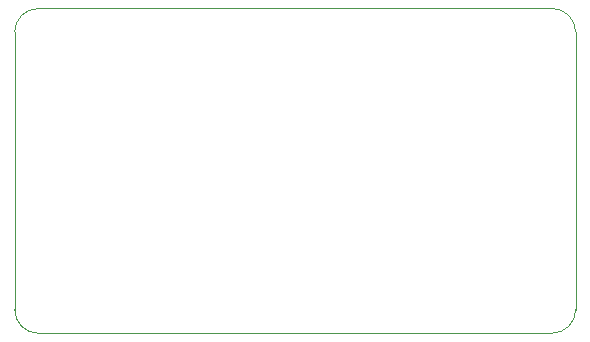
<source format=gko>
G04*
G04 #@! TF.GenerationSoftware,Altium Limited,CircuitStudio,1.5.1 (1.5.1.13)*
G04*
G04 Layer_Color=16764230*
%FSLAX25Y25*%
%MOIN*%
G70*
G01*
G75*
%ADD52C,0.00394*%
D52*
X403543Y336614D02*
G03*
X395669Y344488I-7874J0D01*
G01*
X395669Y236220D02*
G03*
X403543Y244094I0J7874D01*
G01*
X216535Y244094D02*
G03*
X224409Y236221I7874J0D01*
G01*
X224410Y344488D02*
G03*
X216535Y336614I0J-7874D01*
G01*
X403543Y244094D02*
Y336614D01*
X224410Y344488D02*
X395669D01*
X224410Y236220D02*
X395669D01*
X216535Y244094D02*
Y336614D01*
M02*

</source>
